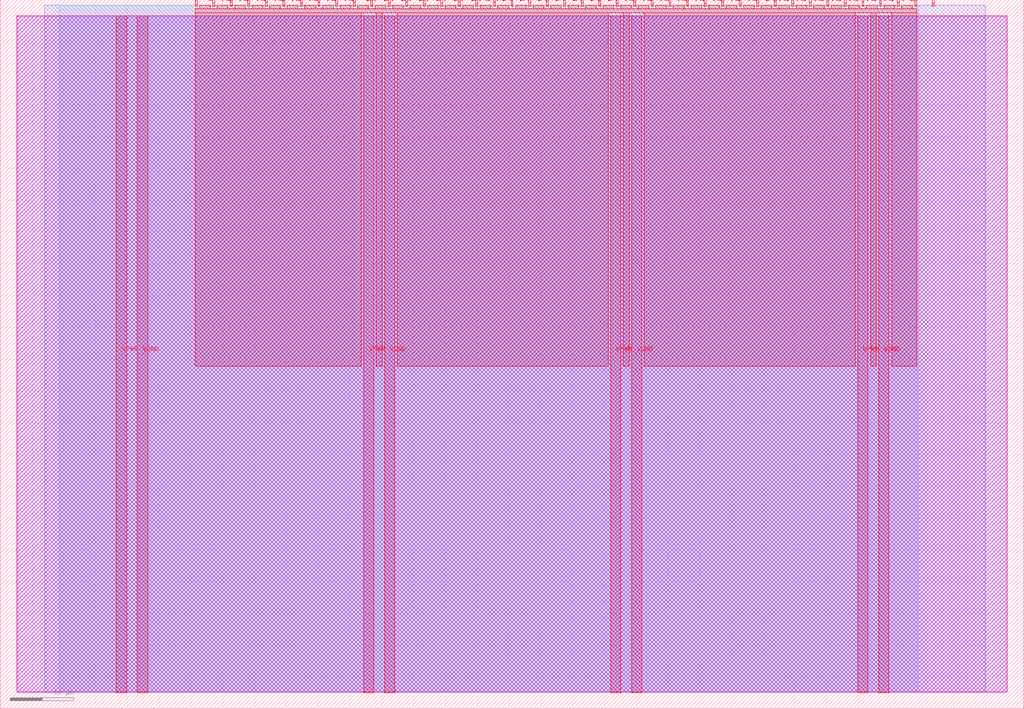
<source format=lef>
VERSION 5.7 ;
  NOWIREEXTENSIONATPIN ON ;
  DIVIDERCHAR "/" ;
  BUSBITCHARS "[]" ;
MACRO tt_um_cpu_fabianp1704
  CLASS BLOCK ;
  FOREIGN tt_um_cpu_fabianp1704 ;
  ORIGIN 0.000 0.000 ;
  SIZE 161.000 BY 111.520 ;
  PIN VGND
    DIRECTION INOUT ;
    USE GROUND ;
    PORT
      LAYER met4 ;
        RECT 21.580 2.480 23.180 109.040 ;
    END
    PORT
      LAYER met4 ;
        RECT 60.450 2.480 62.050 109.040 ;
    END
    PORT
      LAYER met4 ;
        RECT 99.320 2.480 100.920 109.040 ;
    END
    PORT
      LAYER met4 ;
        RECT 138.190 2.480 139.790 109.040 ;
    END
  END VGND
  PIN VPWR
    DIRECTION INOUT ;
    USE POWER ;
    PORT
      LAYER met4 ;
        RECT 18.280 2.480 19.880 109.040 ;
    END
    PORT
      LAYER met4 ;
        RECT 57.150 2.480 58.750 109.040 ;
    END
    PORT
      LAYER met4 ;
        RECT 96.020 2.480 97.620 109.040 ;
    END
    PORT
      LAYER met4 ;
        RECT 134.890 2.480 136.490 109.040 ;
    END
  END VPWR
  PIN clk
    DIRECTION INPUT ;
    USE SIGNAL ;
    ANTENNAGATEAREA 0.852000 ;
    PORT
      LAYER met4 ;
        RECT 143.830 110.520 144.130 111.520 ;
    END
  END clk
  PIN ena
    DIRECTION INPUT ;
    USE SIGNAL ;
    PORT
      LAYER met4 ;
        RECT 146.590 110.520 146.890 111.520 ;
    END
  END ena
  PIN rst_n
    DIRECTION INPUT ;
    USE SIGNAL ;
    ANTENNAGATEAREA 0.196500 ;
    PORT
      LAYER met4 ;
        RECT 141.070 110.520 141.370 111.520 ;
    END
  END rst_n
  PIN ui_in[0]
    DIRECTION INPUT ;
    USE SIGNAL ;
    ANTENNAGATEAREA 0.196500 ;
    PORT
      LAYER met4 ;
        RECT 138.310 110.520 138.610 111.520 ;
    END
  END ui_in[0]
  PIN ui_in[1]
    DIRECTION INPUT ;
    USE SIGNAL ;
    ANTENNAGATEAREA 0.196500 ;
    PORT
      LAYER met4 ;
        RECT 135.550 110.520 135.850 111.520 ;
    END
  END ui_in[1]
  PIN ui_in[2]
    DIRECTION INPUT ;
    USE SIGNAL ;
    ANTENNAGATEAREA 0.196500 ;
    PORT
      LAYER met4 ;
        RECT 132.790 110.520 133.090 111.520 ;
    END
  END ui_in[2]
  PIN ui_in[3]
    DIRECTION INPUT ;
    USE SIGNAL ;
    ANTENNAGATEAREA 0.196500 ;
    PORT
      LAYER met4 ;
        RECT 130.030 110.520 130.330 111.520 ;
    END
  END ui_in[3]
  PIN ui_in[4]
    DIRECTION INPUT ;
    USE SIGNAL ;
    ANTENNAGATEAREA 0.196500 ;
    PORT
      LAYER met4 ;
        RECT 127.270 110.520 127.570 111.520 ;
    END
  END ui_in[4]
  PIN ui_in[5]
    DIRECTION INPUT ;
    USE SIGNAL ;
    ANTENNAGATEAREA 0.213000 ;
    PORT
      LAYER met4 ;
        RECT 124.510 110.520 124.810 111.520 ;
    END
  END ui_in[5]
  PIN ui_in[6]
    DIRECTION INPUT ;
    USE SIGNAL ;
    PORT
      LAYER met4 ;
        RECT 121.750 110.520 122.050 111.520 ;
    END
  END ui_in[6]
  PIN ui_in[7]
    DIRECTION INPUT ;
    USE SIGNAL ;
    PORT
      LAYER met4 ;
        RECT 118.990 110.520 119.290 111.520 ;
    END
  END ui_in[7]
  PIN uio_in[0]
    DIRECTION INPUT ;
    USE SIGNAL ;
    PORT
      LAYER met4 ;
        RECT 116.230 110.520 116.530 111.520 ;
    END
  END uio_in[0]
  PIN uio_in[1]
    DIRECTION INPUT ;
    USE SIGNAL ;
    PORT
      LAYER met4 ;
        RECT 113.470 110.520 113.770 111.520 ;
    END
  END uio_in[1]
  PIN uio_in[2]
    DIRECTION INPUT ;
    USE SIGNAL ;
    PORT
      LAYER met4 ;
        RECT 110.710 110.520 111.010 111.520 ;
    END
  END uio_in[2]
  PIN uio_in[3]
    DIRECTION INPUT ;
    USE SIGNAL ;
    PORT
      LAYER met4 ;
        RECT 107.950 110.520 108.250 111.520 ;
    END
  END uio_in[3]
  PIN uio_in[4]
    DIRECTION INPUT ;
    USE SIGNAL ;
    PORT
      LAYER met4 ;
        RECT 105.190 110.520 105.490 111.520 ;
    END
  END uio_in[4]
  PIN uio_in[5]
    DIRECTION INPUT ;
    USE SIGNAL ;
    PORT
      LAYER met4 ;
        RECT 102.430 110.520 102.730 111.520 ;
    END
  END uio_in[5]
  PIN uio_in[6]
    DIRECTION INPUT ;
    USE SIGNAL ;
    PORT
      LAYER met4 ;
        RECT 99.670 110.520 99.970 111.520 ;
    END
  END uio_in[6]
  PIN uio_in[7]
    DIRECTION INPUT ;
    USE SIGNAL ;
    PORT
      LAYER met4 ;
        RECT 96.910 110.520 97.210 111.520 ;
    END
  END uio_in[7]
  PIN uio_oe[0]
    DIRECTION OUTPUT ;
    USE SIGNAL ;
    PORT
      LAYER met4 ;
        RECT 49.990 110.520 50.290 111.520 ;
    END
  END uio_oe[0]
  PIN uio_oe[1]
    DIRECTION OUTPUT ;
    USE SIGNAL ;
    PORT
      LAYER met4 ;
        RECT 47.230 110.520 47.530 111.520 ;
    END
  END uio_oe[1]
  PIN uio_oe[2]
    DIRECTION OUTPUT ;
    USE SIGNAL ;
    PORT
      LAYER met4 ;
        RECT 44.470 110.520 44.770 111.520 ;
    END
  END uio_oe[2]
  PIN uio_oe[3]
    DIRECTION OUTPUT ;
    USE SIGNAL ;
    PORT
      LAYER met4 ;
        RECT 41.710 110.520 42.010 111.520 ;
    END
  END uio_oe[3]
  PIN uio_oe[4]
    DIRECTION OUTPUT ;
    USE SIGNAL ;
    PORT
      LAYER met4 ;
        RECT 38.950 110.520 39.250 111.520 ;
    END
  END uio_oe[4]
  PIN uio_oe[5]
    DIRECTION OUTPUT ;
    USE SIGNAL ;
    PORT
      LAYER met4 ;
        RECT 36.190 110.520 36.490 111.520 ;
    END
  END uio_oe[5]
  PIN uio_oe[6]
    DIRECTION OUTPUT ;
    USE SIGNAL ;
    PORT
      LAYER met4 ;
        RECT 33.430 110.520 33.730 111.520 ;
    END
  END uio_oe[6]
  PIN uio_oe[7]
    DIRECTION OUTPUT ;
    USE SIGNAL ;
    PORT
      LAYER met4 ;
        RECT 30.670 110.520 30.970 111.520 ;
    END
  END uio_oe[7]
  PIN uio_out[0]
    DIRECTION OUTPUT ;
    USE SIGNAL ;
    ANTENNADIFFAREA 0.795200 ;
    PORT
      LAYER met4 ;
        RECT 72.070 110.520 72.370 111.520 ;
    END
  END uio_out[0]
  PIN uio_out[1]
    DIRECTION OUTPUT ;
    USE SIGNAL ;
    ANTENNADIFFAREA 0.445500 ;
    PORT
      LAYER met4 ;
        RECT 69.310 110.520 69.610 111.520 ;
    END
  END uio_out[1]
  PIN uio_out[2]
    DIRECTION OUTPUT ;
    USE SIGNAL ;
    ANTENNADIFFAREA 0.445500 ;
    PORT
      LAYER met4 ;
        RECT 66.550 110.520 66.850 111.520 ;
    END
  END uio_out[2]
  PIN uio_out[3]
    DIRECTION OUTPUT ;
    USE SIGNAL ;
    ANTENNADIFFAREA 0.445500 ;
    PORT
      LAYER met4 ;
        RECT 63.790 110.520 64.090 111.520 ;
    END
  END uio_out[3]
  PIN uio_out[4]
    DIRECTION OUTPUT ;
    USE SIGNAL ;
    PORT
      LAYER met4 ;
        RECT 61.030 110.520 61.330 111.520 ;
    END
  END uio_out[4]
  PIN uio_out[5]
    DIRECTION OUTPUT ;
    USE SIGNAL ;
    PORT
      LAYER met4 ;
        RECT 58.270 110.520 58.570 111.520 ;
    END
  END uio_out[5]
  PIN uio_out[6]
    DIRECTION OUTPUT ;
    USE SIGNAL ;
    PORT
      LAYER met4 ;
        RECT 55.510 110.520 55.810 111.520 ;
    END
  END uio_out[6]
  PIN uio_out[7]
    DIRECTION OUTPUT ;
    USE SIGNAL ;
    PORT
      LAYER met4 ;
        RECT 52.750 110.520 53.050 111.520 ;
    END
  END uio_out[7]
  PIN uo_out[0]
    DIRECTION OUTPUT ;
    USE SIGNAL ;
    ANTENNADIFFAREA 1.431000 ;
    PORT
      LAYER met4 ;
        RECT 94.150 110.520 94.450 111.520 ;
    END
  END uo_out[0]
  PIN uo_out[1]
    DIRECTION OUTPUT ;
    USE SIGNAL ;
    ANTENNADIFFAREA 1.431000 ;
    PORT
      LAYER met4 ;
        RECT 91.390 110.520 91.690 111.520 ;
    END
  END uo_out[1]
  PIN uo_out[2]
    DIRECTION OUTPUT ;
    USE SIGNAL ;
    ANTENNADIFFAREA 1.431000 ;
    PORT
      LAYER met4 ;
        RECT 88.630 110.520 88.930 111.520 ;
    END
  END uo_out[2]
  PIN uo_out[3]
    DIRECTION OUTPUT ;
    USE SIGNAL ;
    ANTENNADIFFAREA 1.431000 ;
    PORT
      LAYER met4 ;
        RECT 85.870 110.520 86.170 111.520 ;
    END
  END uo_out[3]
  PIN uo_out[4]
    DIRECTION OUTPUT ;
    USE SIGNAL ;
    ANTENNADIFFAREA 1.431000 ;
    PORT
      LAYER met4 ;
        RECT 83.110 110.520 83.410 111.520 ;
    END
  END uo_out[4]
  PIN uo_out[5]
    DIRECTION OUTPUT ;
    USE SIGNAL ;
    ANTENNADIFFAREA 0.452000 ;
    PORT
      LAYER met4 ;
        RECT 80.350 110.520 80.650 111.520 ;
    END
  END uo_out[5]
  PIN uo_out[6]
    DIRECTION OUTPUT ;
    USE SIGNAL ;
    ANTENNADIFFAREA 0.452000 ;
    PORT
      LAYER met4 ;
        RECT 77.590 110.520 77.890 111.520 ;
    END
  END uo_out[6]
  PIN uo_out[7]
    DIRECTION OUTPUT ;
    USE SIGNAL ;
    ANTENNADIFFAREA 1.484000 ;
    PORT
      LAYER met4 ;
        RECT 74.830 110.520 75.130 111.520 ;
    END
  END uo_out[7]
  OBS
      LAYER nwell ;
        RECT 2.570 2.635 158.430 108.990 ;
      LAYER li1 ;
        RECT 2.760 2.635 158.240 108.885 ;
      LAYER met1 ;
        RECT 2.760 2.480 158.240 109.040 ;
      LAYER met2 ;
        RECT 7.000 2.535 154.920 110.685 ;
      LAYER met3 ;
        RECT 9.265 2.555 144.370 110.665 ;
      LAYER met4 ;
        RECT 31.370 110.120 33.030 110.665 ;
        RECT 34.130 110.120 35.790 110.665 ;
        RECT 36.890 110.120 38.550 110.665 ;
        RECT 39.650 110.120 41.310 110.665 ;
        RECT 42.410 110.120 44.070 110.665 ;
        RECT 45.170 110.120 46.830 110.665 ;
        RECT 47.930 110.120 49.590 110.665 ;
        RECT 50.690 110.120 52.350 110.665 ;
        RECT 53.450 110.120 55.110 110.665 ;
        RECT 56.210 110.120 57.870 110.665 ;
        RECT 58.970 110.120 60.630 110.665 ;
        RECT 61.730 110.120 63.390 110.665 ;
        RECT 64.490 110.120 66.150 110.665 ;
        RECT 67.250 110.120 68.910 110.665 ;
        RECT 70.010 110.120 71.670 110.665 ;
        RECT 72.770 110.120 74.430 110.665 ;
        RECT 75.530 110.120 77.190 110.665 ;
        RECT 78.290 110.120 79.950 110.665 ;
        RECT 81.050 110.120 82.710 110.665 ;
        RECT 83.810 110.120 85.470 110.665 ;
        RECT 86.570 110.120 88.230 110.665 ;
        RECT 89.330 110.120 90.990 110.665 ;
        RECT 92.090 110.120 93.750 110.665 ;
        RECT 94.850 110.120 96.510 110.665 ;
        RECT 97.610 110.120 99.270 110.665 ;
        RECT 100.370 110.120 102.030 110.665 ;
        RECT 103.130 110.120 104.790 110.665 ;
        RECT 105.890 110.120 107.550 110.665 ;
        RECT 108.650 110.120 110.310 110.665 ;
        RECT 111.410 110.120 113.070 110.665 ;
        RECT 114.170 110.120 115.830 110.665 ;
        RECT 116.930 110.120 118.590 110.665 ;
        RECT 119.690 110.120 121.350 110.665 ;
        RECT 122.450 110.120 124.110 110.665 ;
        RECT 125.210 110.120 126.870 110.665 ;
        RECT 127.970 110.120 129.630 110.665 ;
        RECT 130.730 110.120 132.390 110.665 ;
        RECT 133.490 110.120 135.150 110.665 ;
        RECT 136.250 110.120 137.910 110.665 ;
        RECT 139.010 110.120 140.670 110.665 ;
        RECT 141.770 110.120 143.430 110.665 ;
        RECT 30.655 109.440 144.145 110.120 ;
        RECT 30.655 53.895 56.750 109.440 ;
        RECT 59.150 53.895 60.050 109.440 ;
        RECT 62.450 53.895 95.620 109.440 ;
        RECT 98.020 53.895 98.920 109.440 ;
        RECT 101.320 53.895 134.490 109.440 ;
        RECT 136.890 53.895 137.790 109.440 ;
        RECT 140.190 53.895 144.145 109.440 ;
  END
END tt_um_cpu_fabianp1704
END LIBRARY


</source>
